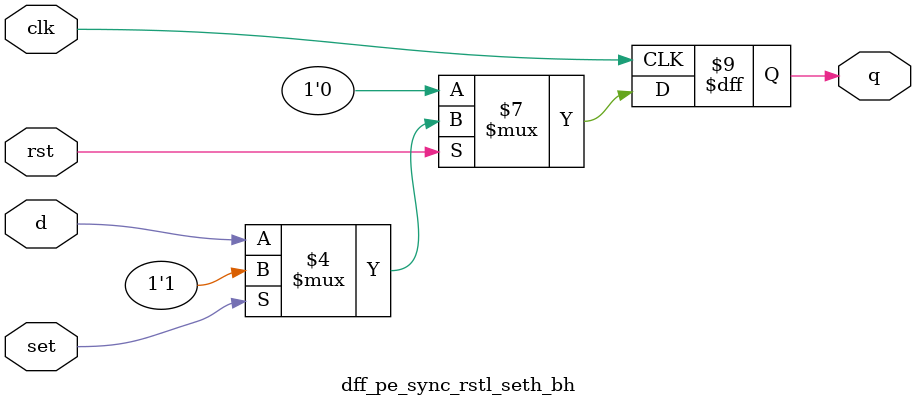
<source format=v>

module dff_pe_sync_rstl_seth_bh(q,d,clk,rst,set);

input		d,clk,rst,set;
output	reg	q;

always @(posedge clk)
	if(!rst)
		q <= 1'b0;
	else if(set)
		q <= 1'b1;
	else
		q <= d;

endmodule
</source>
